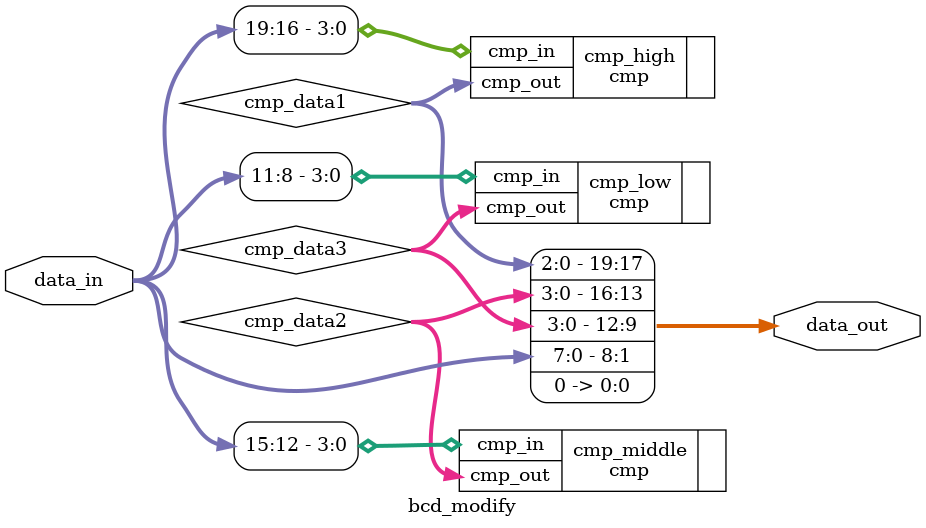
<source format=v>
module bcd_modify (
    input [19:0] data_in,
    output [19:0] data_out
);
    wire [3:0] cmp_data1;       // hundred digit
    wire [3:0] cmp_data2;       // ten digit
    wire [3:0] cmp_data3;       // one digit

    cmp cmp_high (
        .cmp_in (data_in[19:16]),
        .cmp_out (cmp_data1)
    );

    cmp cmp_middle (
        .cmp_in (data_in[15:12]),
        .cmp_out (cmp_data2)
    );

    cmp cmp_low (
        .cmp_in (data_in[11:8]),
        .cmp_out (cmp_data3)
    );

    // Left shift the hundred digit by 1 bit
    assign data_out = {cmp_data1[2:0], cmp_data2[3:0], cmp_data3[3:0], data_in[7:0], 1'b0};
endmodule
</source>
